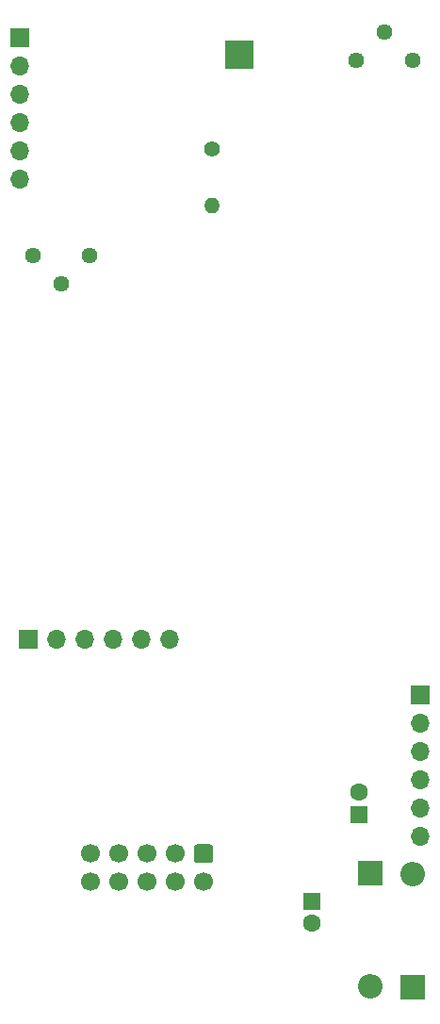
<source format=gbr>
%TF.GenerationSoftware,KiCad,Pcbnew,5.1.8*%
%TF.CreationDate,2020-12-05T20:58:01+00:00*%
%TF.ProjectId,oscillator_prototype,6f736369-6c6c-4617-946f-725f70726f74,rev?*%
%TF.SameCoordinates,Original*%
%TF.FileFunction,Soldermask,Bot*%
%TF.FilePolarity,Negative*%
%FSLAX46Y46*%
G04 Gerber Fmt 4.6, Leading zero omitted, Abs format (unit mm)*
G04 Created by KiCad (PCBNEW 5.1.8) date 2020-12-05 20:58:01*
%MOMM*%
%LPD*%
G01*
G04 APERTURE LIST*
%ADD10R,1.700000X1.700000*%
%ADD11O,1.700000X1.700000*%
%ADD12C,1.700000*%
%ADD13C,1.400000*%
%ADD14O,1.400000X1.400000*%
%ADD15C,1.600000*%
%ADD16R,1.600000X1.600000*%
%ADD17C,1.440000*%
%ADD18O,2.200000X2.200000*%
%ADD19R,2.200000X2.200000*%
%ADD20R,2.500000X2.500000*%
G04 APERTURE END LIST*
D10*
%TO.C,J14*%
X97000000Y-48000000D03*
D11*
X97000000Y-50540000D03*
X97000000Y-53080000D03*
X97000000Y-55620000D03*
X97000000Y-58160000D03*
X97000000Y-60700000D03*
%TD*%
%TO.C,J7*%
G36*
G01*
X112900000Y-120400000D02*
X114100000Y-120400000D01*
G75*
G02*
X114350000Y-120650000I0J-250000D01*
G01*
X114350000Y-121850000D01*
G75*
G02*
X114100000Y-122100000I-250000J0D01*
G01*
X112900000Y-122100000D01*
G75*
G02*
X112650000Y-121850000I0J250000D01*
G01*
X112650000Y-120650000D01*
G75*
G02*
X112900000Y-120400000I250000J0D01*
G01*
G37*
D12*
X110960000Y-121250000D03*
X108420000Y-121250000D03*
X105880000Y-121250000D03*
X103340000Y-121250000D03*
X113500000Y-123790000D03*
X110960000Y-123790000D03*
X108420000Y-123790000D03*
X105880000Y-123790000D03*
X103340000Y-123790000D03*
%TD*%
D11*
%TO.C,J12*%
X133000000Y-119700000D03*
X133000000Y-117160000D03*
X133000000Y-114620000D03*
X133000000Y-112080000D03*
X133000000Y-109540000D03*
D10*
X133000000Y-107000000D03*
%TD*%
D13*
%TO.C,R4*%
X114250000Y-58000000D03*
D14*
X114250000Y-63080000D03*
%TD*%
D11*
%TO.C,J10*%
X110450000Y-102000000D03*
X107910000Y-102000000D03*
X105370000Y-102000000D03*
X102830000Y-102000000D03*
X100290000Y-102000000D03*
D10*
X97750000Y-102000000D03*
%TD*%
D15*
%TO.C,C9*%
X123250000Y-127500000D03*
D16*
X123250000Y-125500000D03*
%TD*%
D17*
%TO.C,RV3*%
X127250000Y-50000000D03*
X129790000Y-47460000D03*
X132330000Y-50000000D03*
%TD*%
D16*
%TO.C,C18*%
X127500000Y-117750000D03*
D15*
X127500000Y-115750000D03*
%TD*%
D18*
%TO.C,D4*%
X128500000Y-133160000D03*
D19*
X128500000Y-123000000D03*
%TD*%
D17*
%TO.C,RV6*%
X98170000Y-67500000D03*
X100710000Y-70040000D03*
X103250000Y-67500000D03*
%TD*%
D19*
%TO.C,D5*%
X132250000Y-133250000D03*
D18*
X132250000Y-123090000D03*
%TD*%
D20*
%TO.C,TP1*%
X116750000Y-49500000D03*
%TD*%
M02*

</source>
